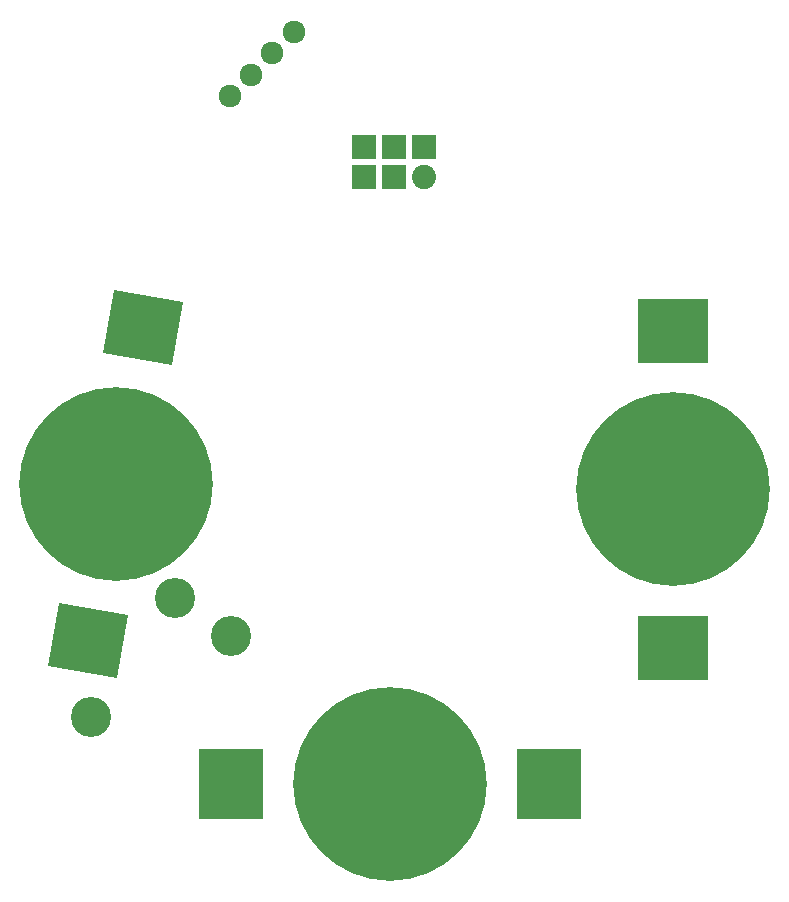
<source format=gbs>
G04 #@! TF.FileFunction,Soldermask,Bot*
%FSLAX46Y46*%
G04 Gerber Fmt 4.6, Leading zero omitted, Abs format (unit mm)*
G04 Created by KiCad (PCBNEW 4.0.7-e2-6376~58~ubuntu16.04.1) date Tue Oct 31 02:22:27 2017*
%MOMM*%
%LPD*%
G01*
G04 APERTURE LIST*
%ADD10C,0.100000*%
%ADD11C,16.400000*%
%ADD12R,5.900000X5.400000*%
%ADD13R,5.400000X5.900000*%
%ADD14C,3.400000*%
%ADD15R,2.051000X2.051000*%
%ADD16C,2.051000*%
%ADD17C,1.924000*%
G04 APERTURE END LIST*
D10*
G36*
X-23653322Y21617367D02*
X-17842956Y20592843D01*
X-18780656Y15274881D01*
X-24591022Y16299405D01*
X-23653322Y21617367D01*
X-23653322Y21617367D01*
G37*
D11*
X-23552557Y5200460D03*
D10*
G36*
X-28324458Y-4873961D02*
X-22514092Y-5898485D01*
X-23451792Y-11216447D01*
X-29262158Y-10191923D01*
X-28324458Y-4873961D01*
X-28324458Y-4873961D01*
G37*
D12*
X23672443Y-8684540D03*
D11*
X23672443Y4765460D03*
D12*
X23672443Y18215460D03*
D13*
X-13775000Y-20150000D03*
D11*
X-325000Y-20150000D03*
D13*
X13125000Y-20150000D03*
D14*
X-25609485Y-14515000D03*
X-13744936Y-7665000D03*
X-18510000Y-4411668D03*
D15*
X2515000Y33745000D03*
X-25000Y33745000D03*
X-2565000Y33745000D03*
D16*
X2515000Y31205000D03*
D15*
X-25000Y31205000D03*
X-2565000Y31205000D03*
D17*
X-8491937Y43475556D03*
X-10287986Y41679504D03*
X-12084038Y39883453D03*
X-13880090Y38087403D03*
M02*

</source>
